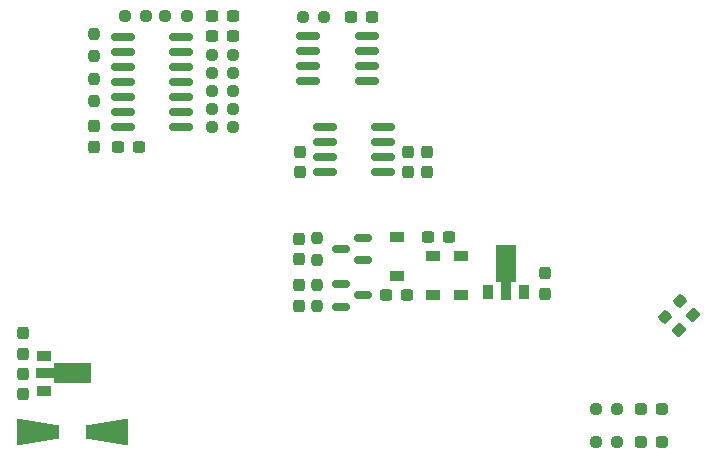
<source format=gbr>
%TF.GenerationSoftware,KiCad,Pcbnew,(5.99.0-9654-g274d4e2eb4)*%
%TF.CreationDate,2021-03-31T09:38:20+08:00*%
%TF.ProjectId,16bit-pwm-dac-board,31366269-742d-4707-976d-2d6461632d62,MK1B1*%
%TF.SameCoordinates,PXfd9da600PY17d7840*%
%TF.FileFunction,Paste,Top*%
%TF.FilePolarity,Positive*%
%FSLAX46Y46*%
G04 Gerber Fmt 4.6, Leading zero omitted, Abs format (unit mm)*
G04 Created by KiCad (PCBNEW (5.99.0-9654-g274d4e2eb4)) date 2021-03-31 09:38:20*
%MOMM*%
%LPD*%
G01*
G04 APERTURE LIST*
G04 Aperture macros list*
%AMRoundRect*
0 Rectangle with rounded corners*
0 $1 Rounding radius*
0 $2 $3 $4 $5 $6 $7 $8 $9 X,Y pos of 4 corners*
0 Add a 4 corners polygon primitive as box body*
4,1,4,$2,$3,$4,$5,$6,$7,$8,$9,$2,$3,0*
0 Add four circle primitives for the rounded corners*
1,1,$1+$1,$2,$3*
1,1,$1+$1,$4,$5*
1,1,$1+$1,$6,$7*
1,1,$1+$1,$8,$9*
0 Add four rect primitives between the rounded corners*
20,1,$1+$1,$2,$3,$4,$5,0*
20,1,$1+$1,$4,$5,$6,$7,0*
20,1,$1+$1,$6,$7,$8,$9,0*
20,1,$1+$1,$8,$9,$2,$3,0*%
%AMOutline4P*
0 Free polygon, 4 corners , with rotation*
0 The origin of the aperture is its center*
0 number of corners: always 4*
0 $1 to $8 corner X, Y*
0 $9 Rotation angle, in degrees counterclockwise*
0 create outline with 4 corners*
4,1,4,$1,$2,$3,$4,$5,$6,$7,$8,$1,$2,$9*%
%AMFreePoly0*
4,1,9,3.862500,-0.866500,0.737500,-0.866500,0.737500,-0.450000,-0.737500,-0.450000,-0.737500,0.450000,0.737500,0.450000,0.737500,0.866500,3.862500,0.866500,3.862500,-0.866500,3.862500,-0.866500,$1*%
G04 Aperture macros list end*
%ADD10RoundRect,0.150000X-0.825000X-0.150000X0.825000X-0.150000X0.825000X0.150000X-0.825000X0.150000X0*%
%ADD11RoundRect,0.237500X-0.237500X0.300000X-0.237500X-0.300000X0.237500X-0.300000X0.237500X0.300000X0*%
%ADD12RoundRect,0.237500X0.300000X0.237500X-0.300000X0.237500X-0.300000X-0.237500X0.300000X-0.237500X0*%
%ADD13RoundRect,0.237500X-0.300000X-0.237500X0.300000X-0.237500X0.300000X0.237500X-0.300000X0.237500X0*%
%ADD14RoundRect,0.237500X-0.250000X-0.237500X0.250000X-0.237500X0.250000X0.237500X-0.250000X0.237500X0*%
%ADD15RoundRect,0.237500X0.287500X0.237500X-0.287500X0.237500X-0.287500X-0.237500X0.287500X-0.237500X0*%
%ADD16RoundRect,0.237500X0.250000X0.237500X-0.250000X0.237500X-0.250000X-0.237500X0.250000X-0.237500X0*%
%ADD17RoundRect,0.237500X0.237500X-0.300000X0.237500X0.300000X-0.237500X0.300000X-0.237500X-0.300000X0*%
%ADD18RoundRect,0.150000X0.587500X0.150000X-0.587500X0.150000X-0.587500X-0.150000X0.587500X-0.150000X0*%
%ADD19RoundRect,0.237500X-0.008839X-0.344715X0.344715X0.008839X0.008839X0.344715X-0.344715X-0.008839X0*%
%ADD20RoundRect,0.237500X0.237500X-0.250000X0.237500X0.250000X-0.237500X0.250000X-0.237500X-0.250000X0*%
%ADD21Outline4P,-1.800000X-1.150000X1.800000X-0.550000X1.800000X0.550000X-1.800000X1.150000X0.000000*%
%ADD22Outline4P,-1.800000X-1.150000X1.800000X-0.550000X1.800000X0.550000X-1.800000X1.150000X180.000000*%
%ADD23RoundRect,0.237500X-0.237500X0.250000X-0.237500X-0.250000X0.237500X-0.250000X0.237500X0.250000X0*%
%ADD24RoundRect,0.237500X0.044194X0.380070X-0.380070X-0.044194X-0.044194X-0.380070X0.380070X0.044194X0*%
%ADD25R,1.200000X0.900000*%
%ADD26R,1.300000X0.900000*%
%ADD27FreePoly0,0.000000*%
%ADD28RoundRect,0.150000X0.825000X0.150000X-0.825000X0.150000X-0.825000X-0.150000X0.825000X-0.150000X0*%
%ADD29R,0.900000X1.300000*%
%ADD30FreePoly0,90.000000*%
%ADD31RoundRect,0.150000X-0.587500X-0.150000X0.587500X-0.150000X0.587500X0.150000X-0.587500X0.150000X0*%
G04 APERTURE END LIST*
D10*
%TO.C,U104*%
X38629625Y45662625D03*
X38629625Y44392625D03*
X38629625Y43122625D03*
X38629625Y41852625D03*
X43579625Y41852625D03*
X43579625Y43122625D03*
X43579625Y44392625D03*
X43579625Y45662625D03*
%TD*%
D11*
%TO.C,C101*%
X37906000Y35895500D03*
X37906000Y34170500D03*
%TD*%
D12*
%TO.C,C108*%
X32226500Y47352000D03*
X30501500Y47352000D03*
%TD*%
D13*
%TO.C,C107*%
X30501500Y45701000D03*
X32226500Y45701000D03*
%TD*%
D14*
%TO.C,R111*%
X62963500Y11284000D03*
X64788500Y11284000D03*
%TD*%
D10*
%TO.C,U102*%
X40003000Y37954000D03*
X40003000Y36684000D03*
X40003000Y35414000D03*
X40003000Y34144000D03*
X44953000Y34144000D03*
X44953000Y35414000D03*
X44953000Y36684000D03*
X44953000Y37954000D03*
%TD*%
D12*
%TO.C,C110*%
X43999125Y47313625D03*
X42274125Y47313625D03*
%TD*%
D15*
%TO.C,D102*%
X68561000Y11284000D03*
X66811000Y11284000D03*
%TD*%
D16*
%TO.C,R109*%
X32276500Y42526000D03*
X30451500Y42526000D03*
%TD*%
D17*
%TO.C,C114*%
X37841000Y22867500D03*
X37841000Y24592500D03*
%TD*%
D16*
%TO.C,R110*%
X39985125Y47313625D03*
X38160125Y47313625D03*
%TD*%
D14*
%TO.C,R103*%
X30451500Y39478000D03*
X32276500Y39478000D03*
%TD*%
D18*
%TO.C,Q102*%
X43223500Y26717000D03*
X43223500Y28617000D03*
X41348500Y27667000D03*
%TD*%
D11*
%TO.C,C115*%
X37841000Y28529500D03*
X37841000Y26804500D03*
%TD*%
D19*
%TO.C,R112*%
X68818765Y21941765D03*
X70109235Y23232235D03*
%TD*%
D20*
%TO.C,R114*%
X39365000Y22817500D03*
X39365000Y24642500D03*
%TD*%
D14*
%TO.C,R113*%
X62963500Y14078000D03*
X64788500Y14078000D03*
%TD*%
D13*
%TO.C,C116*%
X48789500Y28683000D03*
X50514500Y28683000D03*
%TD*%
D11*
%TO.C,C119*%
X58669000Y25608500D03*
X58669000Y23883500D03*
%TD*%
D21*
%TO.C,D101*%
X15764000Y12173000D03*
D22*
X21564000Y12173000D03*
%TD*%
D23*
%TO.C,R115*%
X39365000Y28579500D03*
X39365000Y26754500D03*
%TD*%
D14*
%TO.C,R108*%
X26514500Y47352000D03*
X28339500Y47352000D03*
%TD*%
D24*
%TO.C,C112*%
X71216880Y22053880D03*
X69997120Y20834120D03*
%TD*%
D17*
%TO.C,C111*%
X20463000Y36329500D03*
X20463000Y38054500D03*
%TD*%
D25*
%TO.C,D106*%
X49144000Y27031000D03*
X49144000Y23731000D03*
%TD*%
D26*
%TO.C,U103*%
X16252000Y18626000D03*
D27*
X16339500Y17126000D03*
D26*
X16252000Y15626000D03*
%TD*%
D23*
%TO.C,R104*%
X20442000Y42041500D03*
X20442000Y40216500D03*
%TD*%
D13*
%TO.C,C109*%
X22521500Y36303000D03*
X24246500Y36303000D03*
%TD*%
D11*
%TO.C,C105*%
X48701000Y35895500D03*
X48701000Y34170500D03*
%TD*%
D25*
%TO.C,D105*%
X51557000Y23731000D03*
X51557000Y27031000D03*
%TD*%
D11*
%TO.C,C103*%
X47050000Y35895500D03*
X47050000Y34170500D03*
%TD*%
D14*
%TO.C,R102*%
X30451500Y41002000D03*
X32276500Y41002000D03*
%TD*%
D17*
%TO.C,C106*%
X14473000Y18803500D03*
X14473000Y20528500D03*
%TD*%
D28*
%TO.C,U101*%
X27870000Y37954000D03*
X27870000Y39224000D03*
X27870000Y40494000D03*
X27870000Y41764000D03*
X27870000Y43034000D03*
X27870000Y44304000D03*
X27870000Y45574000D03*
X22920000Y45574000D03*
X22920000Y44304000D03*
X22920000Y43034000D03*
X22920000Y41764000D03*
X22920000Y40494000D03*
X22920000Y39224000D03*
X22920000Y37954000D03*
%TD*%
D13*
%TO.C,C118*%
X45233500Y23730000D03*
X46958500Y23730000D03*
%TD*%
D15*
%TO.C,D103*%
X68561000Y14078000D03*
X66811000Y14078000D03*
%TD*%
D16*
%TO.C,R105*%
X24910500Y47352000D03*
X23085500Y47352000D03*
%TD*%
D14*
%TO.C,R107*%
X30451500Y44050000D03*
X32276500Y44050000D03*
%TD*%
D29*
%TO.C,U105*%
X53867000Y23985000D03*
D30*
X55367000Y24072500D03*
D29*
X56867000Y23985000D03*
%TD*%
D31*
%TO.C,Q101*%
X41348500Y24680000D03*
X41348500Y22780000D03*
X43223500Y23730000D03*
%TD*%
D14*
%TO.C,R101*%
X30451500Y37954000D03*
X32276500Y37954000D03*
%TD*%
D20*
%TO.C,R106*%
X20442000Y44026500D03*
X20442000Y45851500D03*
%TD*%
D25*
%TO.C,D104*%
X46096000Y25382000D03*
X46096000Y28682000D03*
%TD*%
D17*
%TO.C,C104*%
X14473000Y15374500D03*
X14473000Y17099500D03*
%TD*%
M02*

</source>
